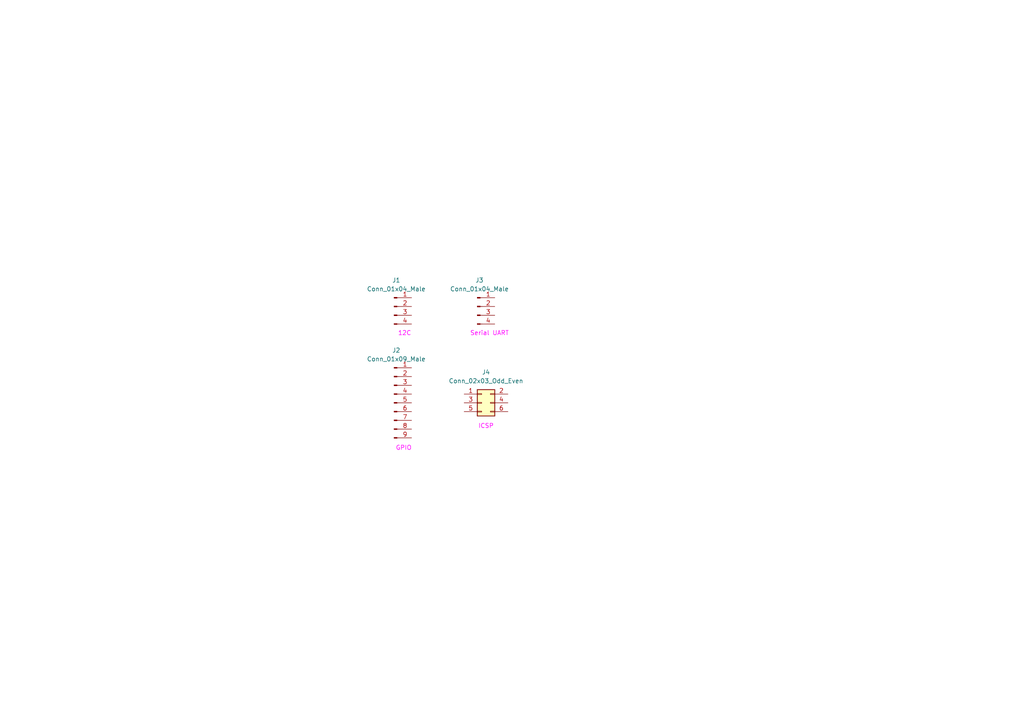
<source format=kicad_sch>
(kicad_sch (version 20250114) (generator "eeschema") (generator_version "9.0")
  (paper "A4")
  (lib_symbols
    (symbol "Connector:Conn_01x04_Pin" (pin_names (offset 1.016) (hide yes))
      (property "Reference" "J" (at 0 5.08 0))
      (property "Value" "Conn_01x04_Pin" (at 0 -7.62 0))
      (symbol "Conn_01x04_Pin_1_1"
        (rectangle (start 0.8636 2.667) (end 0 2.413) (stroke (width 0.1524)) (fill (type outline)))
        (rectangle (start 0.8636 0.127) (end 0 -0.127) (stroke (width 0.1524)) (fill (type outline)))
        (rectangle (start 0.8636 -2.413) (end 0 -2.667) (stroke (width 0.1524)) (fill (type outline)))
        (rectangle (start 0.8636 -4.953) (end 0 -5.207) (stroke (width 0.1524)) (fill (type outline)))
        (polyline (pts (xy 1.27 2.54) (xy 0.8636 2.54)) (stroke (width 0.1524)))
        (polyline (pts (xy 1.27 0) (xy 0.8636 0)) (stroke (width 0.1524)))
        (polyline (pts (xy 1.27 -2.54) (xy 0.8636 -2.54)) (stroke (width 0.1524)))
        (polyline (pts (xy 1.27 -5.08) (xy 0.8636 -5.08)) (stroke (width 0.1524)))
        (pin passive line (at 5.08 2.54 180) (length 3.81) (name "Pin_1") (number "1"))
        (pin passive line (at 5.08 0 180) (length 3.81) (name "Pin_2") (number "2"))
        (pin passive line (at 5.08 -2.54 180) (length 3.81) (name "Pin_3") (number "3"))
        (pin passive line (at 5.08 -5.08 180) (length 3.81) (name "Pin_4") (number "4"))
      )
    )
    (symbol "Connector:Conn_01x09_Pin" (pin_names (offset 1.016) (hide yes))
      (property "Reference" "J" (at 0 12.7 0))
      (property "Value" "Conn_01x09_Pin" (at 0 -12.7 0))
      (symbol "Conn_01x09_Pin_1_1"
        (rectangle (start 0.8636 10.287) (end 0 10.033) (stroke (width 0.1524)) (fill (type outline)))
        (rectangle (start 0.8636 7.747) (end 0 7.493) (stroke (width 0.1524)) (fill (type outline)))
        (rectangle (start 0.8636 5.207) (end 0 4.953) (stroke (width 0.1524)) (fill (type outline)))
        (rectangle (start 0.8636 2.667) (end 0 2.413) (stroke (width 0.1524)) (fill (type outline)))
        (rectangle (start 0.8636 0.127) (end 0 -0.127) (stroke (width 0.1524)) (fill (type outline)))
        (rectangle (start 0.8636 -2.413) (end 0 -2.667) (stroke (width 0.1524)) (fill (type outline)))
        (rectangle (start 0.8636 -4.953) (end 0 -5.207) (stroke (width 0.1524)) (fill (type outline)))
        (rectangle (start 0.8636 -7.493) (end 0 -7.747) (stroke (width 0.1524)) (fill (type outline)))
        (rectangle (start 0.8636 -10.033) (end 0 -10.287) (stroke (width 0.1524)) (fill (type outline)))
        (polyline (pts (xy 1.27 10.16) (xy 0.8636 10.16)) (stroke (width 0.1524)))
        (polyline (pts (xy 1.27 7.62) (xy 0.8636 7.62)) (stroke (width 0.1524)))
        (polyline (pts (xy 1.27 5.08) (xy 0.8636 5.08)) (stroke (width 0.1524)))
        (polyline (pts (xy 1.27 2.54) (xy 0.8636 2.54)) (stroke (width 0.1524)))
        (polyline (pts (xy 1.27 0) (xy 0.8636 0)) (stroke (width 0.1524)))
        (polyline (pts (xy 1.27 -2.54) (xy 0.8636 -2.54)) (stroke (width 0.1524)))
        (polyline (pts (xy 1.27 -5.08) (xy 0.8636 -5.08)) (stroke (width 0.1524)))
        (polyline (pts (xy 1.27 -7.62) (xy 0.8636 -7.62)) (stroke (width 0.1524)))
        (polyline (pts (xy 1.27 -10.16) (xy 0.8636 -10.16)) (stroke (width 0.1524)))
        (pin passive line (at 5.08 10.16 180) (length 3.81) (name "Pin_1") (number "1"))
        (pin passive line (at 5.08 7.62 180) (length 3.81) (name "Pin_2") (number "2"))
        (pin passive line (at 5.08 5.08 180) (length 3.81) (name "Pin_3") (number "3"))
        (pin passive line (at 5.08 2.54 180) (length 3.81) (name "Pin_4") (number "4"))
        (pin passive line (at 5.08 0 180) (length 3.81) (name "Pin_5") (number "5"))
        (pin passive line (at 5.08 -2.54 180) (length 3.81) (name "Pin_6") (number "6"))
        (pin passive line (at 5.08 -5.08 180) (length 3.81) (name "Pin_7") (number "7"))
        (pin passive line (at 5.08 -7.62 180) (length 3.81) (name "Pin_8") (number "8"))
        (pin passive line (at 5.08 -10.16 180) (length 3.81) (name "Pin_9") (number "9"))
      )
    )
    (symbol "Connector_Generic:Conn_02x03_Odd_Even" (pin_names (offset 1.016) (hide yes))
      (property "Reference" "J" (at 1.27 5.08 0))
      (property "Value" "Conn_02x03_Odd_Even" (at 1.27 -5.08 0))
      (symbol "Conn_02x03_Odd_Even_1_1"
        (rectangle (start -1.27 3.81) (end 3.81 -3.81) (stroke (width 0.254)) (fill (type background)))
        (rectangle (start -1.27 2.667) (end 0 2.413) (stroke (width 0.1524)))
        (rectangle (start -1.27 0.127) (end 0 -0.127) (stroke (width 0.1524)))
        (rectangle (start -1.27 -2.413) (end 0 -2.667) (stroke (width 0.1524)))
        (rectangle (start 3.81 2.667) (end 2.54 2.413) (stroke (width 0.1524)))
        (rectangle (start 3.81 0.127) (end 2.54 -0.127) (stroke (width 0.1524)))
        (rectangle (start 3.81 -2.413) (end 2.54 -2.667) (stroke (width 0.1524)))
        (pin passive line (at -5.08 2.54 0) (length 3.81) (name "Pin_1") (number "1"))
        (pin passive line (at -5.08 0 0) (length 3.81) (name "Pin_3") (number "3"))
        (pin passive line (at -5.08 -2.54 0) (length 3.81) (name "Pin_5") (number "5"))
        (pin passive line (at 7.62 2.54 180) (length 3.81) (name "Pin_2") (number "2"))
        (pin passive line (at 7.62 0 180) (length 3.81) (name "Pin_4") (number "4"))
        (pin passive line (at 7.62 -2.54 180) (length 3.81) (name "Pin_6") (number "6"))
      )
    )
  )
  (text "12C" (at 117.348 96.774 0) (effects (font (size 1.27 1.27))))
  (text "GPIO" (at 117.094 130.048 0) (effects (font (size 1.27 1.27))))
  (text "Serial UART" (at 141.986 96.774 0) (effects (font (size 1.27 1.27))))
  (text "ICSP" (at 140.97 123.698 0) (effects (font (size 1.27 1.27))))
  (symbol (lib_id "Connector:Conn_01x09_Pin") (at 114.3 116.84 0) (unit 1)
    (property "Reference" "J2" (at 114.935 101.6 0))
    (property "Value" "Conn_01x09_Male" (at 114.935 104.14 0))
    (property "Description" "Generic connector, single row, 01x09, script generated" (effects (hide yes)))
  )
  (symbol (lib_id "Connector:Conn_01x04_Pin") (at 114.3 88.9 0) (unit 1)
    (property "Reference" "J1" (at 114.935 81.28 0))
    (property "Value" "Conn_01x04_Male" (at 114.935 83.82 0))
    (property "Description" "Generic connector, single row, 01x04, script generated" (effects (hide yes)))
  )
  (symbol (lib_id "Connector_Generic:Conn_02x03_Odd_Even") (at 139.7 116.84 0) (unit 1)
    (property "Reference" "J4" (at 140.97 107.95 0))
    (property "Value" "Conn_02x03_Odd_Even" (at 140.97 110.49 0))
    (property "Description" "Generic connector, double row, 02x03, odd/even pin numbering scheme (row 1 odd numbers, row 2 even numbers), script generated (kicad-library-utils/schlib/autogen/connector/)" (effects (hide yes)))
  )
  (symbol (lib_id "Connector:Conn_01x04_Pin") (at 138.43 88.9 0) (unit 1)
    (property "Reference" "J3" (at 139.065 81.28 0))
    (property "Value" "Conn_01x04_Male" (at 139.065 83.82 0))
    (property "Description" "Generic connector, single row, 01x04, script generated" (effects (hide yes)))
  )
)
</source>
